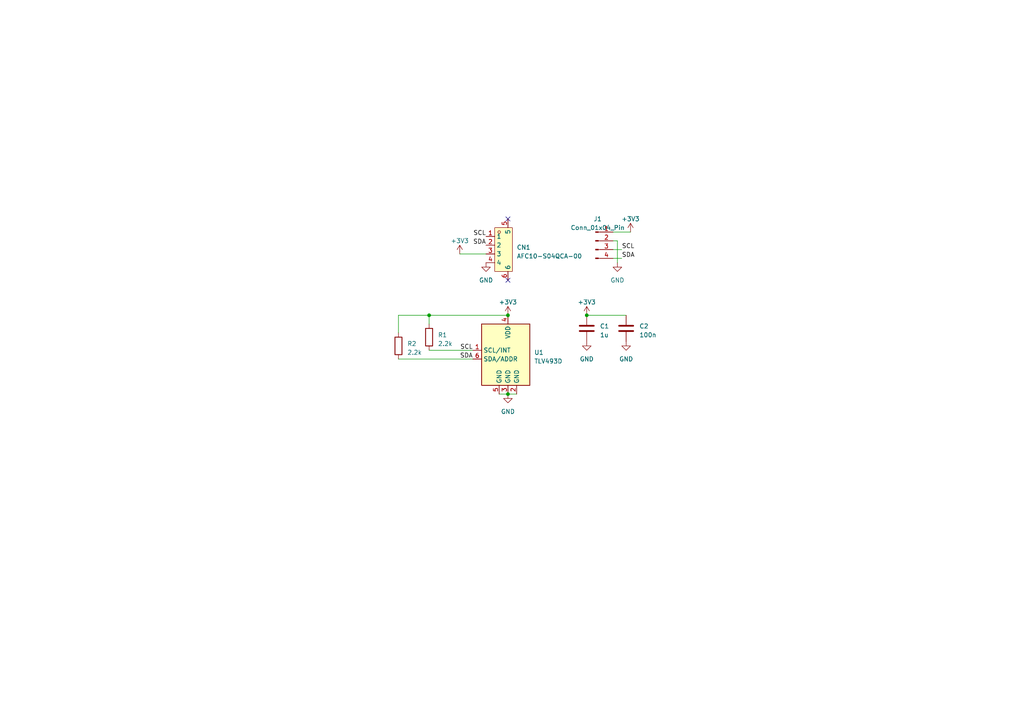
<source format=kicad_sch>
(kicad_sch (version 20230121) (generator eeschema)

  (uuid 3a98d275-879d-4555-9e83-e20bb0ae9362)

  (paper "A4")

  (lib_symbols
    (symbol "Connector:Conn_01x04_Pin" (pin_names (offset 1.016) hide) (in_bom yes) (on_board yes)
      (property "Reference" "J" (at 0 5.08 0)
        (effects (font (size 1.27 1.27)))
      )
      (property "Value" "Conn_01x04_Pin" (at 0 -7.62 0)
        (effects (font (size 1.27 1.27)))
      )
      (property "Footprint" "" (at 0 0 0)
        (effects (font (size 1.27 1.27)) hide)
      )
      (property "Datasheet" "~" (at 0 0 0)
        (effects (font (size 1.27 1.27)) hide)
      )
      (property "ki_locked" "" (at 0 0 0)
        (effects (font (size 1.27 1.27)))
      )
      (property "ki_keywords" "connector" (at 0 0 0)
        (effects (font (size 1.27 1.27)) hide)
      )
      (property "ki_description" "Generic connector, single row, 01x04, script generated" (at 0 0 0)
        (effects (font (size 1.27 1.27)) hide)
      )
      (property "ki_fp_filters" "Connector*:*_1x??_*" (at 0 0 0)
        (effects (font (size 1.27 1.27)) hide)
      )
      (symbol "Conn_01x04_Pin_1_1"
        (polyline
          (pts
            (xy 1.27 -5.08)
            (xy 0.8636 -5.08)
          )
          (stroke (width 0.1524) (type default))
          (fill (type none))
        )
        (polyline
          (pts
            (xy 1.27 -2.54)
            (xy 0.8636 -2.54)
          )
          (stroke (width 0.1524) (type default))
          (fill (type none))
        )
        (polyline
          (pts
            (xy 1.27 0)
            (xy 0.8636 0)
          )
          (stroke (width 0.1524) (type default))
          (fill (type none))
        )
        (polyline
          (pts
            (xy 1.27 2.54)
            (xy 0.8636 2.54)
          )
          (stroke (width 0.1524) (type default))
          (fill (type none))
        )
        (rectangle (start 0.8636 -4.953) (end 0 -5.207)
          (stroke (width 0.1524) (type default))
          (fill (type outline))
        )
        (rectangle (start 0.8636 -2.413) (end 0 -2.667)
          (stroke (width 0.1524) (type default))
          (fill (type outline))
        )
        (rectangle (start 0.8636 0.127) (end 0 -0.127)
          (stroke (width 0.1524) (type default))
          (fill (type outline))
        )
        (rectangle (start 0.8636 2.667) (end 0 2.413)
          (stroke (width 0.1524) (type default))
          (fill (type outline))
        )
        (pin passive line (at 5.08 2.54 180) (length 3.81)
          (name "Pin_1" (effects (font (size 1.27 1.27))))
          (number "1" (effects (font (size 1.27 1.27))))
        )
        (pin passive line (at 5.08 0 180) (length 3.81)
          (name "Pin_2" (effects (font (size 1.27 1.27))))
          (number "2" (effects (font (size 1.27 1.27))))
        )
        (pin passive line (at 5.08 -2.54 180) (length 3.81)
          (name "Pin_3" (effects (font (size 1.27 1.27))))
          (number "3" (effects (font (size 1.27 1.27))))
        )
        (pin passive line (at 5.08 -5.08 180) (length 3.81)
          (name "Pin_4" (effects (font (size 1.27 1.27))))
          (number "4" (effects (font (size 1.27 1.27))))
        )
      )
    )
    (symbol "Device:C" (pin_numbers hide) (pin_names (offset 0.254)) (in_bom yes) (on_board yes)
      (property "Reference" "C" (at 0.635 2.54 0)
        (effects (font (size 1.27 1.27)) (justify left))
      )
      (property "Value" "C" (at 0.635 -2.54 0)
        (effects (font (size 1.27 1.27)) (justify left))
      )
      (property "Footprint" "" (at 0.9652 -3.81 0)
        (effects (font (size 1.27 1.27)) hide)
      )
      (property "Datasheet" "~" (at 0 0 0)
        (effects (font (size 1.27 1.27)) hide)
      )
      (property "ki_keywords" "cap capacitor" (at 0 0 0)
        (effects (font (size 1.27 1.27)) hide)
      )
      (property "ki_description" "Unpolarized capacitor" (at 0 0 0)
        (effects (font (size 1.27 1.27)) hide)
      )
      (property "ki_fp_filters" "C_*" (at 0 0 0)
        (effects (font (size 1.27 1.27)) hide)
      )
      (symbol "C_0_1"
        (polyline
          (pts
            (xy -2.032 -0.762)
            (xy 2.032 -0.762)
          )
          (stroke (width 0.508) (type default))
          (fill (type none))
        )
        (polyline
          (pts
            (xy -2.032 0.762)
            (xy 2.032 0.762)
          )
          (stroke (width 0.508) (type default))
          (fill (type none))
        )
      )
      (symbol "C_1_1"
        (pin passive line (at 0 3.81 270) (length 2.794)
          (name "~" (effects (font (size 1.27 1.27))))
          (number "1" (effects (font (size 1.27 1.27))))
        )
        (pin passive line (at 0 -3.81 90) (length 2.794)
          (name "~" (effects (font (size 1.27 1.27))))
          (number "2" (effects (font (size 1.27 1.27))))
        )
      )
    )
    (symbol "Device:R" (pin_numbers hide) (pin_names (offset 0)) (in_bom yes) (on_board yes)
      (property "Reference" "R" (at 2.032 0 90)
        (effects (font (size 1.27 1.27)))
      )
      (property "Value" "R" (at 0 0 90)
        (effects (font (size 1.27 1.27)))
      )
      (property "Footprint" "" (at -1.778 0 90)
        (effects (font (size 1.27 1.27)) hide)
      )
      (property "Datasheet" "~" (at 0 0 0)
        (effects (font (size 1.27 1.27)) hide)
      )
      (property "ki_keywords" "R res resistor" (at 0 0 0)
        (effects (font (size 1.27 1.27)) hide)
      )
      (property "ki_description" "Resistor" (at 0 0 0)
        (effects (font (size 1.27 1.27)) hide)
      )
      (property "ki_fp_filters" "R_*" (at 0 0 0)
        (effects (font (size 1.27 1.27)) hide)
      )
      (symbol "R_0_1"
        (rectangle (start -1.016 -2.54) (end 1.016 2.54)
          (stroke (width 0.254) (type default))
          (fill (type none))
        )
      )
      (symbol "R_1_1"
        (pin passive line (at 0 3.81 270) (length 1.27)
          (name "~" (effects (font (size 1.27 1.27))))
          (number "1" (effects (font (size 1.27 1.27))))
        )
        (pin passive line (at 0 -3.81 90) (length 1.27)
          (name "~" (effects (font (size 1.27 1.27))))
          (number "2" (effects (font (size 1.27 1.27))))
        )
      )
    )
    (symbol "Sensor_Magnetic:TLV493D" (in_bom yes) (on_board yes)
      (property "Reference" "U" (at -6.35 11.43 0)
        (effects (font (size 1.27 1.27)))
      )
      (property "Value" "TLV493D" (at 5.08 11.43 0)
        (effects (font (size 1.27 1.27)))
      )
      (property "Footprint" "Package_TO_SOT_SMD:SOT-23-6" (at -1.27 -12.7 0)
        (effects (font (size 1.27 1.27)) hide)
      )
      (property "Datasheet" "http://www.infineon.com/dgdl/Infineon-TLV493D-A1B6-DS-v01_00-EN.pdf?fileId=5546d462525dbac40152a6b85c760e80" (at -3.81 12.7 0)
        (effects (font (size 1.27 1.27)) hide)
      )
      (property "ki_keywords" "magnetic field i2c" (at 0 0 0)
        (effects (font (size 1.27 1.27)) hide)
      )
      (property "ki_description" "Low power 3D magnetic sensor, I2C interface, SOT-23-6" (at 0 0 0)
        (effects (font (size 1.27 1.27)) hide)
      )
      (property "ki_fp_filters" "SOT?23*" (at 0 0 0)
        (effects (font (size 1.27 1.27)) hide)
      )
      (symbol "TLV493D_0_1"
        (rectangle (start -7.62 10.16) (end 6.35 -7.62)
          (stroke (width 0.254) (type default))
          (fill (type background))
        )
      )
      (symbol "TLV493D_1_1"
        (pin bidirectional line (at -10.16 2.54 0) (length 2.54)
          (name "SCL/INT" (effects (font (size 1.27 1.27))))
          (number "1" (effects (font (size 1.27 1.27))))
        )
        (pin power_in line (at 2.54 -10.16 90) (length 2.54)
          (name "GND" (effects (font (size 1.27 1.27))))
          (number "2" (effects (font (size 1.27 1.27))))
        )
        (pin power_in line (at 0 -10.16 90) (length 2.54)
          (name "GND" (effects (font (size 1.27 1.27))))
          (number "3" (effects (font (size 1.27 1.27))))
        )
        (pin power_in line (at 0 12.7 270) (length 2.54)
          (name "VDD" (effects (font (size 1.27 1.27))))
          (number "4" (effects (font (size 1.27 1.27))))
        )
        (pin power_in line (at -2.54 -10.16 90) (length 2.54)
          (name "GND" (effects (font (size 1.27 1.27))))
          (number "5" (effects (font (size 1.27 1.27))))
        )
        (pin bidirectional line (at -10.16 0 0) (length 2.54)
          (name "SDA/ADDR" (effects (font (size 1.27 1.27))))
          (number "6" (effects (font (size 1.27 1.27))))
        )
      )
    )
    (symbol "TLV493D-rod:AFC10-S04QCA-00" (in_bom yes) (on_board yes)
      (property "Reference" "X" (at 0 13.97 0)
        (effects (font (size 1.27 1.27)))
      )
      (property "Value" "AFC10-S04QCA-00" (at 0 -13.97 0)
        (effects (font (size 1.27 1.27)))
      )
      (property "Footprint" "TLV493D-rod:CONN-SMD_AFC10-S04QCA-00" (at 0 -16.51 0)
        (effects (font (size 1.27 1.27)) hide)
      )
      (property "Datasheet" "" (at 0 0 0)
        (effects (font (size 1.27 1.27)) hide)
      )
      (property "LCSC Part" "C2764183" (at 0 -19.05 0)
        (effects (font (size 1.27 1.27)) hide)
      )
      (symbol "AFC10-S04QCA-00_0_1"
        (rectangle (start -2.54 6.35) (end 2.54 -6.35)
          (stroke (width 0) (type default))
          (fill (type background))
        )
        (circle (center -1.27 5.08) (radius 0.38)
          (stroke (width 0) (type default))
          (fill (type none))
        )
        (pin unspecified line (at -5.08 3.81 0) (length 2.54)
          (name "1" (effects (font (size 1.27 1.27))))
          (number "1" (effects (font (size 1.27 1.27))))
        )
        (pin unspecified line (at -5.08 1.27 0) (length 2.54)
          (name "2" (effects (font (size 1.27 1.27))))
          (number "2" (effects (font (size 1.27 1.27))))
        )
        (pin unspecified line (at -5.08 -1.27 0) (length 2.54)
          (name "3" (effects (font (size 1.27 1.27))))
          (number "3" (effects (font (size 1.27 1.27))))
        )
        (pin unspecified line (at -5.08 -3.81 0) (length 2.54)
          (name "4" (effects (font (size 1.27 1.27))))
          (number "4" (effects (font (size 1.27 1.27))))
        )
        (pin unspecified line (at 1.27 8.89 270) (length 2.54)
          (name "5" (effects (font (size 1.27 1.27))))
          (number "5" (effects (font (size 1.27 1.27))))
        )
        (pin unspecified line (at 1.27 -8.89 90) (length 2.54)
          (name "6" (effects (font (size 1.27 1.27))))
          (number "6" (effects (font (size 1.27 1.27))))
        )
      )
    )
    (symbol "power:+3V3" (power) (pin_names (offset 0)) (in_bom yes) (on_board yes)
      (property "Reference" "#PWR" (at 0 -3.81 0)
        (effects (font (size 1.27 1.27)) hide)
      )
      (property "Value" "+3V3" (at 0 3.556 0)
        (effects (font (size 1.27 1.27)))
      )
      (property "Footprint" "" (at 0 0 0)
        (effects (font (size 1.27 1.27)) hide)
      )
      (property "Datasheet" "" (at 0 0 0)
        (effects (font (size 1.27 1.27)) hide)
      )
      (property "ki_keywords" "global power" (at 0 0 0)
        (effects (font (size 1.27 1.27)) hide)
      )
      (property "ki_description" "Power symbol creates a global label with name \"+3V3\"" (at 0 0 0)
        (effects (font (size 1.27 1.27)) hide)
      )
      (symbol "+3V3_0_1"
        (polyline
          (pts
            (xy -0.762 1.27)
            (xy 0 2.54)
          )
          (stroke (width 0) (type default))
          (fill (type none))
        )
        (polyline
          (pts
            (xy 0 0)
            (xy 0 2.54)
          )
          (stroke (width 0) (type default))
          (fill (type none))
        )
        (polyline
          (pts
            (xy 0 2.54)
            (xy 0.762 1.27)
          )
          (stroke (width 0) (type default))
          (fill (type none))
        )
      )
      (symbol "+3V3_1_1"
        (pin power_in line (at 0 0 90) (length 0) hide
          (name "+3V3" (effects (font (size 1.27 1.27))))
          (number "1" (effects (font (size 1.27 1.27))))
        )
      )
    )
    (symbol "power:GND" (power) (pin_names (offset 0)) (in_bom yes) (on_board yes)
      (property "Reference" "#PWR" (at 0 -6.35 0)
        (effects (font (size 1.27 1.27)) hide)
      )
      (property "Value" "GND" (at 0 -3.81 0)
        (effects (font (size 1.27 1.27)))
      )
      (property "Footprint" "" (at 0 0 0)
        (effects (font (size 1.27 1.27)) hide)
      )
      (property "Datasheet" "" (at 0 0 0)
        (effects (font (size 1.27 1.27)) hide)
      )
      (property "ki_keywords" "global power" (at 0 0 0)
        (effects (font (size 1.27 1.27)) hide)
      )
      (property "ki_description" "Power symbol creates a global label with name \"GND\" , ground" (at 0 0 0)
        (effects (font (size 1.27 1.27)) hide)
      )
      (symbol "GND_0_1"
        (polyline
          (pts
            (xy 0 0)
            (xy 0 -1.27)
            (xy 1.27 -1.27)
            (xy 0 -2.54)
            (xy -1.27 -1.27)
            (xy 0 -1.27)
          )
          (stroke (width 0) (type default))
          (fill (type none))
        )
      )
      (symbol "GND_1_1"
        (pin power_in line (at 0 0 270) (length 0) hide
          (name "GND" (effects (font (size 1.27 1.27))))
          (number "1" (effects (font (size 1.27 1.27))))
        )
      )
    )
  )

  (junction (at 147.32 114.3) (diameter 0) (color 0 0 0 0)
    (uuid 19ad6da3-78ce-4efa-a8ae-44e6cb6e9a09)
  )
  (junction (at 124.46 91.44) (diameter 0) (color 0 0 0 0)
    (uuid e63609d5-cd23-4f1d-8b4e-8453c0ae5bf4)
  )
  (junction (at 170.18 91.44) (diameter 0) (color 0 0 0 0)
    (uuid e7c5923d-1267-46da-bc24-3ad31dac7414)
  )
  (junction (at 147.32 91.44) (diameter 0) (color 0 0 0 0)
    (uuid fb10c330-df3e-41f3-8c5c-fb907cc45171)
  )

  (no_connect (at 147.32 81.28) (uuid 33278e6e-37fd-429b-9e18-ad365e4ad464))
  (no_connect (at 147.32 63.5) (uuid ea8865e5-b288-4c17-b6fb-5657dd782088))

  (wire (pts (xy 144.78 114.3) (xy 147.32 114.3))
    (stroke (width 0) (type default))
    (uuid 1a7cd793-09e9-474f-8198-c93930f9c57a)
  )
  (wire (pts (xy 179.07 76.2) (xy 179.07 69.85))
    (stroke (width 0) (type default))
    (uuid 1ef3dd03-6202-45ee-a3ed-e24e68c09887)
  )
  (wire (pts (xy 177.8 72.39) (xy 180.34 72.39))
    (stroke (width 0) (type default))
    (uuid 2c05d617-b16a-4b0a-9d66-936d5a3aacc9)
  )
  (wire (pts (xy 177.8 74.93) (xy 180.34 74.93))
    (stroke (width 0) (type default))
    (uuid 3958e11c-82b2-46ab-ad23-a3bad5cc57f2)
  )
  (wire (pts (xy 124.46 93.98) (xy 124.46 91.44))
    (stroke (width 0) (type default))
    (uuid 4811fe8a-f70f-4ffa-b06c-f6856ee3a247)
  )
  (wire (pts (xy 179.07 69.85) (xy 177.8 69.85))
    (stroke (width 0) (type default))
    (uuid 763065a3-5549-4f23-ac46-7f7e4a19eef8)
  )
  (wire (pts (xy 124.46 91.44) (xy 147.32 91.44))
    (stroke (width 0) (type default))
    (uuid 81842594-6d85-4700-9a6f-c17d26dd2203)
  )
  (wire (pts (xy 115.57 96.52) (xy 115.57 91.44))
    (stroke (width 0) (type default))
    (uuid 81cb25cd-f036-4303-adf5-394e2031cc4d)
  )
  (wire (pts (xy 115.57 91.44) (xy 124.46 91.44))
    (stroke (width 0) (type default))
    (uuid 86af88bb-f8c8-4fdc-a9dc-d3c84b33061b)
  )
  (wire (pts (xy 133.35 73.66) (xy 140.97 73.66))
    (stroke (width 0) (type default))
    (uuid 9f646817-1c7c-406a-8933-ab6b05b77d16)
  )
  (wire (pts (xy 147.32 114.3) (xy 149.86 114.3))
    (stroke (width 0) (type default))
    (uuid a088d4f1-bcb4-4607-a52e-0eae560763ca)
  )
  (wire (pts (xy 115.57 104.14) (xy 137.16 104.14))
    (stroke (width 0) (type default))
    (uuid c667ef9a-dfbe-4b21-82e0-e303773c1eac)
  )
  (wire (pts (xy 124.46 101.6) (xy 137.16 101.6))
    (stroke (width 0) (type default))
    (uuid cde8465e-9d5e-4299-8978-ba2fd6629913)
  )
  (wire (pts (xy 170.18 91.44) (xy 181.61 91.44))
    (stroke (width 0) (type default))
    (uuid d1dd1a2f-3021-4f74-b2b0-46c36fdb9826)
  )
  (wire (pts (xy 182.88 67.31) (xy 177.8 67.31))
    (stroke (width 0) (type default))
    (uuid ff99a488-b537-4c0c-bf4e-6331d6a9a7f4)
  )

  (label "SCL" (at 140.97 68.58 180) (fields_autoplaced)
    (effects (font (size 1.27 1.27)) (justify right bottom))
    (uuid 64562391-389b-4306-971e-55950a59d2b3)
  )
  (label "SDA" (at 140.97 71.12 180) (fields_autoplaced)
    (effects (font (size 1.27 1.27)) (justify right bottom))
    (uuid 77e5f654-ecdb-4b2e-ac47-6cb02dcb987c)
  )
  (label "SDA" (at 137.16 104.14 180) (fields_autoplaced)
    (effects (font (size 1.27 1.27)) (justify right bottom))
    (uuid 965a34e5-a48e-49ac-a3bb-502639fb5d0c)
  )
  (label "SCL" (at 137.16 101.6 180) (fields_autoplaced)
    (effects (font (size 1.27 1.27)) (justify right bottom))
    (uuid e5a175ef-c81c-4579-a5dc-94caf68cbb18)
  )
  (label "SCL" (at 180.34 72.39 0) (fields_autoplaced)
    (effects (font (size 1.27 1.27)) (justify left bottom))
    (uuid ed5f6d50-281c-436b-8365-2fde35cef436)
  )
  (label "SDA" (at 180.34 74.93 0) (fields_autoplaced)
    (effects (font (size 1.27 1.27)) (justify left bottom))
    (uuid f60c11e4-3711-479c-a060-d7306c0b4c20)
  )

  (symbol (lib_id "Connector:Conn_01x04_Pin") (at 172.72 69.85 0) (unit 1)
    (in_bom no) (on_board yes) (dnp no) (fields_autoplaced)
    (uuid 0636d8e8-3ea5-441c-a04b-c44665bba8ec)
    (property "Reference" "J1" (at 173.355 63.5 0)
      (effects (font (size 1.27 1.27)))
    )
    (property "Value" "Conn_01x04_Pin" (at 173.355 66.04 0)
      (effects (font (size 1.27 1.27)))
    )
    (property "Footprint" "Connector_PinSocket_2.54mm:PinSocket_1x04_P2.54mm_Vertical" (at 172.72 69.85 0)
      (effects (font (size 1.27 1.27)) hide)
    )
    (property "Datasheet" "~" (at 172.72 69.85 0)
      (effects (font (size 1.27 1.27)) hide)
    )
    (property "Sim.Enable" "0" (at 172.72 69.85 0)
      (effects (font (size 1.27 1.27)) hide)
    )
    (pin "1" (uuid f01f8e1b-1d61-419e-92d0-76510663ba1b))
    (pin "2" (uuid a76ce223-a873-4f28-abcd-c083fb6ece3a))
    (pin "3" (uuid d08f6bcc-410c-4188-929b-e4d79a89fc93))
    (pin "4" (uuid 2298ef7a-b71c-4487-bdd7-8e887950982f))
    (instances
      (project "TLV493D-rod"
        (path "/3a98d275-879d-4555-9e83-e20bb0ae9362"
          (reference "J1") (unit 1)
        )
      )
    )
  )

  (symbol (lib_id "power:GND") (at 170.18 99.06 0) (unit 1)
    (in_bom yes) (on_board yes) (dnp no) (fields_autoplaced)
    (uuid 33d75b28-265a-4d3d-bb61-c9ad5344ad4e)
    (property "Reference" "#PWR04" (at 170.18 105.41 0)
      (effects (font (size 1.27 1.27)) hide)
    )
    (property "Value" "GND" (at 170.18 104.14 0)
      (effects (font (size 1.27 1.27)))
    )
    (property "Footprint" "" (at 170.18 99.06 0)
      (effects (font (size 1.27 1.27)) hide)
    )
    (property "Datasheet" "" (at 170.18 99.06 0)
      (effects (font (size 1.27 1.27)) hide)
    )
    (pin "1" (uuid e0dca4ab-3c33-4fce-9ff5-0538b34a64f3))
    (instances
      (project "TLV493D-rod"
        (path "/3a98d275-879d-4555-9e83-e20bb0ae9362"
          (reference "#PWR04") (unit 1)
        )
      )
    )
  )

  (symbol (lib_id "power:+3V3") (at 147.32 91.44 0) (unit 1)
    (in_bom yes) (on_board yes) (dnp no) (fields_autoplaced)
    (uuid 3991e311-4f4b-45c9-b26e-91d14fe10ebc)
    (property "Reference" "#PWR01" (at 147.32 95.25 0)
      (effects (font (size 1.27 1.27)) hide)
    )
    (property "Value" "+3V3" (at 147.32 87.63 0)
      (effects (font (size 1.27 1.27)))
    )
    (property "Footprint" "" (at 147.32 91.44 0)
      (effects (font (size 1.27 1.27)) hide)
    )
    (property "Datasheet" "" (at 147.32 91.44 0)
      (effects (font (size 1.27 1.27)) hide)
    )
    (pin "1" (uuid 0eb7550b-c620-4ba1-96ec-cdd274299baf))
    (instances
      (project "TLV493D-rod"
        (path "/3a98d275-879d-4555-9e83-e20bb0ae9362"
          (reference "#PWR01") (unit 1)
        )
      )
    )
  )

  (symbol (lib_id "power:+3V3") (at 182.88 67.31 0) (unit 1)
    (in_bom yes) (on_board yes) (dnp no) (fields_autoplaced)
    (uuid 43d5fc43-2d3b-4584-be40-c4bde8d9078c)
    (property "Reference" "#PWR08" (at 182.88 71.12 0)
      (effects (font (size 1.27 1.27)) hide)
    )
    (property "Value" "+3V3" (at 182.88 63.5 0)
      (effects (font (size 1.27 1.27)))
    )
    (property "Footprint" "" (at 182.88 67.31 0)
      (effects (font (size 1.27 1.27)) hide)
    )
    (property "Datasheet" "" (at 182.88 67.31 0)
      (effects (font (size 1.27 1.27)) hide)
    )
    (pin "1" (uuid ec076403-06fd-4761-b381-3137327ce85f))
    (instances
      (project "TLV493D-rod"
        (path "/3a98d275-879d-4555-9e83-e20bb0ae9362"
          (reference "#PWR08") (unit 1)
        )
      )
    )
  )

  (symbol (lib_id "power:GND") (at 147.32 114.3 0) (unit 1)
    (in_bom yes) (on_board yes) (dnp no) (fields_autoplaced)
    (uuid 4b47e372-793b-4667-b77d-a4e4c3e87491)
    (property "Reference" "#PWR03" (at 147.32 120.65 0)
      (effects (font (size 1.27 1.27)) hide)
    )
    (property "Value" "GND" (at 147.32 119.38 0)
      (effects (font (size 1.27 1.27)))
    )
    (property "Footprint" "" (at 147.32 114.3 0)
      (effects (font (size 1.27 1.27)) hide)
    )
    (property "Datasheet" "" (at 147.32 114.3 0)
      (effects (font (size 1.27 1.27)) hide)
    )
    (pin "1" (uuid 2e85472b-81cc-4948-b936-cffcd3469067))
    (instances
      (project "TLV493D-rod"
        (path "/3a98d275-879d-4555-9e83-e20bb0ae9362"
          (reference "#PWR03") (unit 1)
        )
      )
    )
  )

  (symbol (lib_id "Device:C") (at 181.61 95.25 0) (unit 1)
    (in_bom yes) (on_board yes) (dnp no) (fields_autoplaced)
    (uuid 6315b2e7-eb29-4499-838a-04af2174e748)
    (property "Reference" "C2" (at 185.42 94.615 0)
      (effects (font (size 1.27 1.27)) (justify left))
    )
    (property "Value" "100n" (at 185.42 97.155 0)
      (effects (font (size 1.27 1.27)) (justify left))
    )
    (property "Footprint" "Capacitor_SMD:C_0402_1005Metric" (at 182.5752 99.06 0)
      (effects (font (size 1.27 1.27)) hide)
    )
    (property "Datasheet" "~" (at 181.61 95.25 0)
      (effects (font (size 1.27 1.27)) hide)
    )
    (pin "1" (uuid d848344c-f039-4d9d-9e1c-78c248332712))
    (pin "2" (uuid fd847f73-11f2-4dde-b5f5-59e11b543e06))
    (instances
      (project "TLV493D-rod"
        (path "/3a98d275-879d-4555-9e83-e20bb0ae9362"
          (reference "C2") (unit 1)
        )
      )
    )
  )

  (symbol (lib_id "power:GND") (at 179.07 76.2 0) (unit 1)
    (in_bom yes) (on_board yes) (dnp no) (fields_autoplaced)
    (uuid 7763b549-fab6-4ea9-9b14-9fd79d0f2e31)
    (property "Reference" "#PWR09" (at 179.07 82.55 0)
      (effects (font (size 1.27 1.27)) hide)
    )
    (property "Value" "GND" (at 179.07 81.28 0)
      (effects (font (size 1.27 1.27)))
    )
    (property "Footprint" "" (at 179.07 76.2 0)
      (effects (font (size 1.27 1.27)) hide)
    )
    (property "Datasheet" "" (at 179.07 76.2 0)
      (effects (font (size 1.27 1.27)) hide)
    )
    (pin "1" (uuid 79cebbca-7f3b-4895-83d5-48f165a473a9))
    (instances
      (project "TLV493D-rod"
        (path "/3a98d275-879d-4555-9e83-e20bb0ae9362"
          (reference "#PWR09") (unit 1)
        )
      )
      (project "bmi270-breakout"
        (path "/7186dfe6-e029-45f4-a47a-ef8dd9cf2e87"
          (reference "#PWR05") (unit 1)
        )
      )
      (project "MMC5603-Module"
        (path "/85ff13f3-9529-4851-b259-45c0ed47d9c7"
          (reference "#PWR03") (unit 1)
        )
      )
    )
  )

  (symbol (lib_id "Device:R") (at 115.57 100.33 0) (unit 1)
    (in_bom yes) (on_board yes) (dnp no) (fields_autoplaced)
    (uuid 825fba38-42fc-48c0-a495-568ed1b9fc92)
    (property "Reference" "R2" (at 118.11 99.695 0)
      (effects (font (size 1.27 1.27)) (justify left))
    )
    (property "Value" "2.2k" (at 118.11 102.235 0)
      (effects (font (size 1.27 1.27)) (justify left))
    )
    (property "Footprint" "Resistor_SMD:R_0402_1005Metric" (at 113.792 100.33 90)
      (effects (font (size 1.27 1.27)) hide)
    )
    (property "Datasheet" "~" (at 115.57 100.33 0)
      (effects (font (size 1.27 1.27)) hide)
    )
    (pin "1" (uuid 99f6b599-1358-4f29-a057-72b1cccaee0f))
    (pin "2" (uuid aacdc3e1-4915-4241-bc5b-80dcc2038202))
    (instances
      (project "TLV493D-rod"
        (path "/3a98d275-879d-4555-9e83-e20bb0ae9362"
          (reference "R2") (unit 1)
        )
      )
    )
  )

  (symbol (lib_id "power:+3V3") (at 170.18 91.44 0) (mirror y) (unit 1)
    (in_bom yes) (on_board yes) (dnp no)
    (uuid 8990a6fb-476b-4f8e-899b-dd0ee5c6b535)
    (property "Reference" "#PWR02" (at 170.18 95.25 0)
      (effects (font (size 1.27 1.27)) hide)
    )
    (property "Value" "+3V3" (at 170.18 87.63 0)
      (effects (font (size 1.27 1.27)))
    )
    (property "Footprint" "" (at 170.18 91.44 0)
      (effects (font (size 1.27 1.27)) hide)
    )
    (property "Datasheet" "" (at 170.18 91.44 0)
      (effects (font (size 1.27 1.27)) hide)
    )
    (pin "1" (uuid 10b161b2-2746-41b0-a31d-c0feb77670ae))
    (instances
      (project "TLV493D-rod"
        (path "/3a98d275-879d-4555-9e83-e20bb0ae9362"
          (reference "#PWR02") (unit 1)
        )
      )
    )
  )

  (symbol (lib_id "power:GND") (at 181.61 99.06 0) (unit 1)
    (in_bom yes) (on_board yes) (dnp no) (fields_autoplaced)
    (uuid 9c46f5ca-18f7-41b3-95b2-48d7c0b2b8d1)
    (property "Reference" "#PWR05" (at 181.61 105.41 0)
      (effects (font (size 1.27 1.27)) hide)
    )
    (property "Value" "GND" (at 181.61 104.14 0)
      (effects (font (size 1.27 1.27)))
    )
    (property "Footprint" "" (at 181.61 99.06 0)
      (effects (font (size 1.27 1.27)) hide)
    )
    (property "Datasheet" "" (at 181.61 99.06 0)
      (effects (font (size 1.27 1.27)) hide)
    )
    (pin "1" (uuid c1513a2f-3666-4236-a435-9223b8e57ce3))
    (instances
      (project "TLV493D-rod"
        (path "/3a98d275-879d-4555-9e83-e20bb0ae9362"
          (reference "#PWR05") (unit 1)
        )
      )
    )
  )

  (symbol (lib_id "Sensor_Magnetic:TLV493D") (at 147.32 104.14 0) (unit 1)
    (in_bom yes) (on_board yes) (dnp no) (fields_autoplaced)
    (uuid a8cc1a08-cf79-4f39-85d1-5eddb9f071ad)
    (property "Reference" "U1" (at 154.94 102.235 0)
      (effects (font (size 1.27 1.27)) (justify left))
    )
    (property "Value" "TLV493D" (at 154.94 104.775 0)
      (effects (font (size 1.27 1.27)) (justify left))
    )
    (property "Footprint" "TLV493D-rod:SOP-6_L3.0-W1.5-P0.95-LS2.5-BR" (at 146.05 116.84 0)
      (effects (font (size 1.27 1.27)) hide)
    )
    (property "Datasheet" "http://www.infineon.com/dgdl/Infineon-TLV493D-A1B6-DS-v01_00-EN.pdf?fileId=5546d462525dbac40152a6b85c760e80" (at 143.51 91.44 0)
      (effects (font (size 1.27 1.27)) hide)
    )
    (pin "1" (uuid 4ba209d2-f096-4d01-8dd4-a8db8b4e7699))
    (pin "2" (uuid ccca0143-5e6d-42fd-bde3-acb47eceeade))
    (pin "3" (uuid 988d77ac-b7ab-4349-9424-d59d25476b72))
    (pin "4" (uuid 650f4cc2-d333-47ae-b35e-ce1a2d10c523))
    (pin "5" (uuid e86b74c3-3319-4f34-a121-5f5e2d43af28))
    (pin "6" (uuid fa115b06-8b41-4bfe-8fb1-486068f944ee))
    (instances
      (project "TLV493D-rod"
        (path "/3a98d275-879d-4555-9e83-e20bb0ae9362"
          (reference "U1") (unit 1)
        )
      )
    )
  )

  (symbol (lib_id "Device:C") (at 170.18 95.25 0) (unit 1)
    (in_bom yes) (on_board yes) (dnp no) (fields_autoplaced)
    (uuid b3f89040-0038-495c-95df-67190739dc55)
    (property "Reference" "C1" (at 173.99 94.615 0)
      (effects (font (size 1.27 1.27)) (justify left))
    )
    (property "Value" "1u" (at 173.99 97.155 0)
      (effects (font (size 1.27 1.27)) (justify left))
    )
    (property "Footprint" "Capacitor_SMD:C_0603_1608Metric" (at 171.1452 99.06 0)
      (effects (font (size 1.27 1.27)) hide)
    )
    (property "Datasheet" "~" (at 170.18 95.25 0)
      (effects (font (size 1.27 1.27)) hide)
    )
    (pin "1" (uuid 28a42f9d-f0fb-4a90-84fd-92adb0978a81))
    (pin "2" (uuid d50e1c6a-732e-461c-9710-08deca4bb20d))
    (instances
      (project "TLV493D-rod"
        (path "/3a98d275-879d-4555-9e83-e20bb0ae9362"
          (reference "C1") (unit 1)
        )
      )
    )
  )

  (symbol (lib_id "power:GND") (at 140.97 76.2 0) (unit 1)
    (in_bom yes) (on_board yes) (dnp no) (fields_autoplaced)
    (uuid be758d37-48fe-409f-bfb6-c746960524d7)
    (property "Reference" "#PWR06" (at 140.97 82.55 0)
      (effects (font (size 1.27 1.27)) hide)
    )
    (property "Value" "GND" (at 140.97 81.28 0)
      (effects (font (size 1.27 1.27)))
    )
    (property "Footprint" "" (at 140.97 76.2 0)
      (effects (font (size 1.27 1.27)) hide)
    )
    (property "Datasheet" "" (at 140.97 76.2 0)
      (effects (font (size 1.27 1.27)) hide)
    )
    (pin "1" (uuid b10c24b8-479b-4ad3-96e2-2d0fa27bbf1c))
    (instances
      (project "TLV493D-rod"
        (path "/3a98d275-879d-4555-9e83-e20bb0ae9362"
          (reference "#PWR06") (unit 1)
        )
      )
      (project "bmi270-breakout"
        (path "/7186dfe6-e029-45f4-a47a-ef8dd9cf2e87"
          (reference "#PWR05") (unit 1)
        )
      )
      (project "MMC5603-Module"
        (path "/85ff13f3-9529-4851-b259-45c0ed47d9c7"
          (reference "#PWR03") (unit 1)
        )
      )
    )
  )

  (symbol (lib_id "power:+3V3") (at 133.35 73.66 0) (unit 1)
    (in_bom yes) (on_board yes) (dnp no) (fields_autoplaced)
    (uuid ccd4f115-5fab-4886-be6b-4f03718019de)
    (property "Reference" "#PWR07" (at 133.35 77.47 0)
      (effects (font (size 1.27 1.27)) hide)
    )
    (property "Value" "+3V3" (at 133.35 69.85 0)
      (effects (font (size 1.27 1.27)))
    )
    (property "Footprint" "" (at 133.35 73.66 0)
      (effects (font (size 1.27 1.27)) hide)
    )
    (property "Datasheet" "" (at 133.35 73.66 0)
      (effects (font (size 1.27 1.27)) hide)
    )
    (pin "1" (uuid b1d59a9f-0a1c-4fa9-baa1-16e0b2c0cd33))
    (instances
      (project "TLV493D-rod"
        (path "/3a98d275-879d-4555-9e83-e20bb0ae9362"
          (reference "#PWR07") (unit 1)
        )
      )
    )
  )

  (symbol (lib_id "TLV493D-rod:AFC10-S04QCA-00") (at 146.05 72.39 0) (unit 1)
    (in_bom yes) (on_board yes) (dnp no) (fields_autoplaced)
    (uuid d9946dff-84f9-4c8b-bd19-73bcc69310d2)
    (property "Reference" "CN1" (at 149.86 71.755 0)
      (effects (font (size 1.27 1.27)) (justify left))
    )
    (property "Value" "AFC10-S04QCA-00" (at 149.86 74.295 0)
      (effects (font (size 1.27 1.27)) (justify left))
    )
    (property "Footprint" "TLV493D-rod:CONN-SMD_AFC10-S04QCA-00" (at 146.05 88.9 0)
      (effects (font (size 1.27 1.27)) hide)
    )
    (property "Datasheet" "" (at 146.05 72.39 0)
      (effects (font (size 1.27 1.27)) hide)
    )
    (property "LCSC Part" "C2764183" (at 146.05 91.44 0)
      (effects (font (size 1.27 1.27)) hide)
    )
    (pin "1" (uuid 5503194b-3486-43f6-bbe9-59994b68c13d))
    (pin "2" (uuid 11c6204f-3890-4848-877e-4f8347c9fe95))
    (pin "3" (uuid 3ab367ef-2909-4d29-8210-c76678e20e89))
    (pin "4" (uuid eaa54714-a713-45a8-8438-b56c5396c4e6))
    (pin "5" (uuid ecb9760f-00b5-4dda-9a2e-f45d7a85e404))
    (pin "6" (uuid ae677e9f-2f6f-4fb1-9ff8-817670b060bc))
    (instances
      (project "TLV493D-rod"
        (path "/3a98d275-879d-4555-9e83-e20bb0ae9362"
          (reference "CN1") (unit 1)
        )
      )
    )
  )

  (symbol (lib_id "Device:R") (at 124.46 97.79 0) (unit 1)
    (in_bom yes) (on_board yes) (dnp no) (fields_autoplaced)
    (uuid e2cb21ef-f9aa-403e-bd5d-d1bd00a60ee3)
    (property "Reference" "R1" (at 127 97.155 0)
      (effects (font (size 1.27 1.27)) (justify left))
    )
    (property "Value" "2.2k" (at 127 99.695 0)
      (effects (font (size 1.27 1.27)) (justify left))
    )
    (property "Footprint" "Resistor_SMD:R_0402_1005Metric" (at 122.682 97.79 90)
      (effects (font (size 1.27 1.27)) hide)
    )
    (property "Datasheet" "~" (at 124.46 97.79 0)
      (effects (font (size 1.27 1.27)) hide)
    )
    (pin "1" (uuid 9cd80b3d-c129-4a30-b8ac-f76635b8d199))
    (pin "2" (uuid 3ada2869-6182-48f7-915a-22fb3d9b52cc))
    (instances
      (project "TLV493D-rod"
        (path "/3a98d275-879d-4555-9e83-e20bb0ae9362"
          (reference "R1") (unit 1)
        )
      )
    )
  )

  (sheet_instances
    (path "/" (page "1"))
  )
)

</source>
